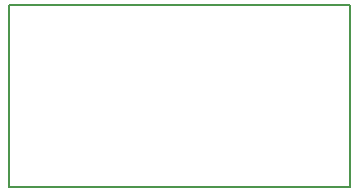
<source format=gko>
G04 ================== begin FILE IDENTIFICATION RECORD ==================*
G04 Layout Name:  ETDS_PCB_AN_EXTENDED.brd*
G04 Film Name:    PHOTOPLOTAREA*
G04 File Format:  Gerber RS274X*
G04 File Origin:  Cadence Allegro 16.6-S034*
G04 Origin Date:  Mon Dec 15 16:35:35 2014*
G04 *
G04 Layer:  MANUFACTURING/PHOTOPLOT_OUTLINE*
G04 *
G04 Offset:    (0.00 0.00)*
G04 Mirror:    No*
G04 Mode:      Positive*
G04 Rotation:  0*
G04 FullContactRelief:  No*
G04 UndefLineWidth:     5.00*
G04 ================== end FILE IDENTIFICATION RECORD ====================*
%FSLAX25Y25*MOIN*%
%IR0*IPPOS*OFA0.00000B0.00000*MIA0B0*SFA1.00000B1.00000*%
%ADD10C,.005*%
G75*
%LPD*%
G75*
G54D10*
G01X749000Y1714500D02*
Y1653900D01*
X862700D01*
Y1714500D01*
X749000D01*
G01D02*
Y1653900D01*
X862700D01*
Y1714500D01*
X749000D01*
M02*

</source>
